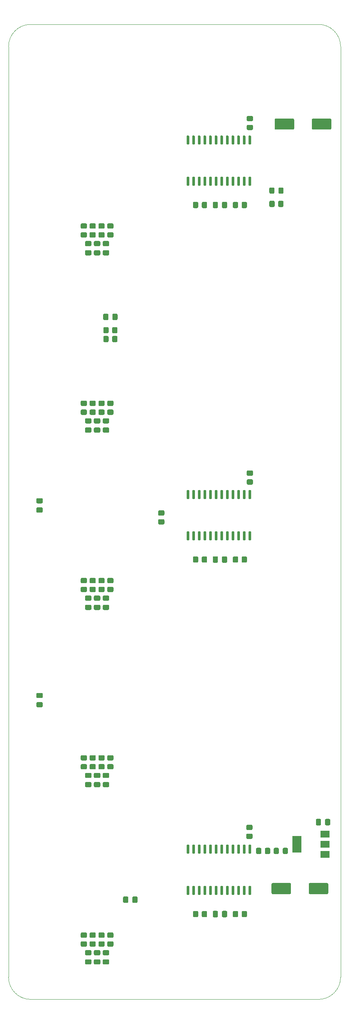
<source format=gbr>
G04 #@! TF.GenerationSoftware,KiCad,Pcbnew,6.0.10+dfsg-1~bpo11+1*
G04 #@! TF.ProjectId,ui,75692e6b-6963-4616-945f-706362585858,rev?*
G04 #@! TF.SameCoordinates,Original*
G04 #@! TF.FileFunction,Paste,Top*
G04 #@! TF.FilePolarity,Positive*
%FSLAX46Y46*%
G04 Gerber Fmt 4.6, Leading zero omitted, Abs format (unit mm)*
%MOMM*%
%LPD*%
G01*
G04 APERTURE LIST*
G04 #@! TA.AperFunction,Profile*
%ADD10C,0.100000*%
G04 #@! TD*
%ADD11R,2.000000X1.500000*%
%ADD12R,2.000000X3.800000*%
G04 APERTURE END LIST*
D10*
X220000000Y-30000000D02*
X155000000Y-30000000D01*
X220000000Y-250000000D02*
G75*
G03*
X225000000Y-245000000I0J5000000D01*
G01*
X150000000Y-35000000D02*
X150000000Y-245000000D01*
X155000000Y-30000000D02*
G75*
G03*
X150000000Y-35000000I0J-5000000D01*
G01*
X225000000Y-35000000D02*
G75*
G03*
X220000000Y-30000000I-5000000J0D01*
G01*
X225000000Y-245000000D02*
X225000000Y-35000000D01*
X155000000Y-250000000D02*
X220000000Y-250000000D01*
X150000000Y-245000000D02*
G75*
G03*
X155000000Y-250000000I5000000J0D01*
G01*
G36*
G01*
X205900000Y-216950000D02*
X205900000Y-216050000D01*
G75*
G02*
X206150000Y-215800000I250000J0D01*
G01*
X206850000Y-215800000D01*
G75*
G02*
X207100000Y-216050000I0J-250000D01*
G01*
X207100000Y-216950000D01*
G75*
G02*
X206850000Y-217200000I-250000J0D01*
G01*
X206150000Y-217200000D01*
G75*
G02*
X205900000Y-216950000I0J250000D01*
G01*
G37*
G36*
G01*
X207900000Y-216950000D02*
X207900000Y-216050000D01*
G75*
G02*
X208150000Y-215800000I250000J0D01*
G01*
X208850000Y-215800000D01*
G75*
G02*
X209100000Y-216050000I0J-250000D01*
G01*
X209100000Y-216950000D01*
G75*
G02*
X208850000Y-217200000I-250000J0D01*
G01*
X208150000Y-217200000D01*
G75*
G02*
X207900000Y-216950000I0J250000D01*
G01*
G37*
G36*
G01*
X170550000Y-74900000D02*
X171450000Y-74900000D01*
G75*
G02*
X171700000Y-75150000I0J-250000D01*
G01*
X171700000Y-75850000D01*
G75*
G02*
X171450000Y-76100000I-250000J0D01*
G01*
X170550000Y-76100000D01*
G75*
G02*
X170300000Y-75850000I0J250000D01*
G01*
X170300000Y-75150000D01*
G75*
G02*
X170550000Y-74900000I250000J0D01*
G01*
G37*
G36*
G01*
X170550000Y-76900000D02*
X171450000Y-76900000D01*
G75*
G02*
X171700000Y-77150000I0J-250000D01*
G01*
X171700000Y-77850000D01*
G75*
G02*
X171450000Y-78100000I-250000J0D01*
G01*
X170550000Y-78100000D01*
G75*
G02*
X170300000Y-77850000I0J250000D01*
G01*
X170300000Y-77150000D01*
G75*
G02*
X170550000Y-76900000I250000J0D01*
G01*
G37*
G36*
G01*
X172550000Y-114900000D02*
X173450000Y-114900000D01*
G75*
G02*
X173700000Y-115150000I0J-250000D01*
G01*
X173700000Y-115850000D01*
G75*
G02*
X173450000Y-116100000I-250000J0D01*
G01*
X172550000Y-116100000D01*
G75*
G02*
X172300000Y-115850000I0J250000D01*
G01*
X172300000Y-115150000D01*
G75*
G02*
X172550000Y-114900000I250000J0D01*
G01*
G37*
G36*
G01*
X172550000Y-116900000D02*
X173450000Y-116900000D01*
G75*
G02*
X173700000Y-117150000I0J-250000D01*
G01*
X173700000Y-117850000D01*
G75*
G02*
X173450000Y-118100000I-250000J0D01*
G01*
X172550000Y-118100000D01*
G75*
G02*
X172300000Y-117850000I0J250000D01*
G01*
X172300000Y-117150000D01*
G75*
G02*
X172550000Y-116900000I250000J0D01*
G01*
G37*
G36*
G01*
X168550000Y-234900000D02*
X169450000Y-234900000D01*
G75*
G02*
X169700000Y-235150000I0J-250000D01*
G01*
X169700000Y-235850000D01*
G75*
G02*
X169450000Y-236100000I-250000J0D01*
G01*
X168550000Y-236100000D01*
G75*
G02*
X168300000Y-235850000I0J250000D01*
G01*
X168300000Y-235150000D01*
G75*
G02*
X168550000Y-234900000I250000J0D01*
G01*
G37*
G36*
G01*
X168550000Y-236900000D02*
X169450000Y-236900000D01*
G75*
G02*
X169700000Y-237150000I0J-250000D01*
G01*
X169700000Y-237850000D01*
G75*
G02*
X169450000Y-238100000I-250000J0D01*
G01*
X168550000Y-238100000D01*
G75*
G02*
X168300000Y-237850000I0J250000D01*
G01*
X168300000Y-237150000D01*
G75*
G02*
X168550000Y-236900000I250000J0D01*
G01*
G37*
G36*
G01*
X172475000Y-82125000D02*
X171525000Y-82125000D01*
G75*
G02*
X171275000Y-81875000I0J250000D01*
G01*
X171275000Y-81200000D01*
G75*
G02*
X171525000Y-80950000I250000J0D01*
G01*
X172475000Y-80950000D01*
G75*
G02*
X172725000Y-81200000I0J-250000D01*
G01*
X172725000Y-81875000D01*
G75*
G02*
X172475000Y-82125000I-250000J0D01*
G01*
G37*
G36*
G01*
X172475000Y-80050000D02*
X171525000Y-80050000D01*
G75*
G02*
X171275000Y-79800000I0J250000D01*
G01*
X171275000Y-79125000D01*
G75*
G02*
X171525000Y-78875000I250000J0D01*
G01*
X172475000Y-78875000D01*
G75*
G02*
X172725000Y-79125000I0J-250000D01*
G01*
X172725000Y-79800000D01*
G75*
G02*
X172475000Y-80050000I-250000J0D01*
G01*
G37*
G36*
G01*
X170550000Y-114900000D02*
X171450000Y-114900000D01*
G75*
G02*
X171700000Y-115150000I0J-250000D01*
G01*
X171700000Y-115850000D01*
G75*
G02*
X171450000Y-116100000I-250000J0D01*
G01*
X170550000Y-116100000D01*
G75*
G02*
X170300000Y-115850000I0J250000D01*
G01*
X170300000Y-115150000D01*
G75*
G02*
X170550000Y-114900000I250000J0D01*
G01*
G37*
G36*
G01*
X170550000Y-116900000D02*
X171450000Y-116900000D01*
G75*
G02*
X171700000Y-117150000I0J-250000D01*
G01*
X171700000Y-117850000D01*
G75*
G02*
X171450000Y-118100000I-250000J0D01*
G01*
X170550000Y-118100000D01*
G75*
G02*
X170300000Y-117850000I0J250000D01*
G01*
X170300000Y-117150000D01*
G75*
G02*
X170550000Y-116900000I250000J0D01*
G01*
G37*
G36*
G01*
X208900000Y-70950000D02*
X208900000Y-70050000D01*
G75*
G02*
X209150000Y-69800000I250000J0D01*
G01*
X209850000Y-69800000D01*
G75*
G02*
X210100000Y-70050000I0J-250000D01*
G01*
X210100000Y-70950000D01*
G75*
G02*
X209850000Y-71200000I-250000J0D01*
G01*
X209150000Y-71200000D01*
G75*
G02*
X208900000Y-70950000I0J250000D01*
G01*
G37*
G36*
G01*
X210900000Y-70950000D02*
X210900000Y-70050000D01*
G75*
G02*
X211150000Y-69800000I250000J0D01*
G01*
X211850000Y-69800000D01*
G75*
G02*
X212100000Y-70050000I0J-250000D01*
G01*
X212100000Y-70950000D01*
G75*
G02*
X211850000Y-71200000I-250000J0D01*
G01*
X211150000Y-71200000D01*
G75*
G02*
X210900000Y-70950000I0J250000D01*
G01*
G37*
G36*
G01*
X169525000Y-238875000D02*
X170475000Y-238875000D01*
G75*
G02*
X170725000Y-239125000I0J-250000D01*
G01*
X170725000Y-239800000D01*
G75*
G02*
X170475000Y-240050000I-250000J0D01*
G01*
X169525000Y-240050000D01*
G75*
G02*
X169275000Y-239800000I0J250000D01*
G01*
X169275000Y-239125000D01*
G75*
G02*
X169525000Y-238875000I250000J0D01*
G01*
G37*
G36*
G01*
X169525000Y-240950000D02*
X170475000Y-240950000D01*
G75*
G02*
X170725000Y-241200000I0J-250000D01*
G01*
X170725000Y-241875000D01*
G75*
G02*
X170475000Y-242125000I-250000J0D01*
G01*
X169525000Y-242125000D01*
G75*
G02*
X169275000Y-241875000I0J250000D01*
G01*
X169275000Y-241200000D01*
G75*
G02*
X169525000Y-240950000I250000J0D01*
G01*
G37*
G36*
G01*
X171375000Y-96475000D02*
X171375000Y-95525000D01*
G75*
G02*
X171625000Y-95275000I250000J0D01*
G01*
X172300000Y-95275000D01*
G75*
G02*
X172550000Y-95525000I0J-250000D01*
G01*
X172550000Y-96475000D01*
G75*
G02*
X172300000Y-96725000I-250000J0D01*
G01*
X171625000Y-96725000D01*
G75*
G02*
X171375000Y-96475000I0J250000D01*
G01*
G37*
G36*
G01*
X173450000Y-96475000D02*
X173450000Y-95525000D01*
G75*
G02*
X173700000Y-95275000I250000J0D01*
G01*
X174375000Y-95275000D01*
G75*
G02*
X174625000Y-95525000I0J-250000D01*
G01*
X174625000Y-96475000D01*
G75*
G02*
X174375000Y-96725000I-250000J0D01*
G01*
X173700000Y-96725000D01*
G75*
G02*
X173450000Y-96475000I0J250000D01*
G01*
G37*
G36*
G01*
X169525000Y-78875000D02*
X170475000Y-78875000D01*
G75*
G02*
X170725000Y-79125000I0J-250000D01*
G01*
X170725000Y-79800000D01*
G75*
G02*
X170475000Y-80050000I-250000J0D01*
G01*
X169525000Y-80050000D01*
G75*
G02*
X169275000Y-79800000I0J250000D01*
G01*
X169275000Y-79125000D01*
G75*
G02*
X169525000Y-78875000I250000J0D01*
G01*
G37*
G36*
G01*
X169525000Y-80950000D02*
X170475000Y-80950000D01*
G75*
G02*
X170725000Y-81200000I0J-250000D01*
G01*
X170725000Y-81875000D01*
G75*
G02*
X170475000Y-82125000I-250000J0D01*
G01*
X169525000Y-82125000D01*
G75*
G02*
X169275000Y-81875000I0J250000D01*
G01*
X169275000Y-81200000D01*
G75*
G02*
X169525000Y-80950000I250000J0D01*
G01*
G37*
G36*
G01*
X166550000Y-234900000D02*
X167450000Y-234900000D01*
G75*
G02*
X167700000Y-235150000I0J-250000D01*
G01*
X167700000Y-235850000D01*
G75*
G02*
X167450000Y-236100000I-250000J0D01*
G01*
X166550000Y-236100000D01*
G75*
G02*
X166300000Y-235850000I0J250000D01*
G01*
X166300000Y-235150000D01*
G75*
G02*
X166550000Y-234900000I250000J0D01*
G01*
G37*
G36*
G01*
X166550000Y-236900000D02*
X167450000Y-236900000D01*
G75*
G02*
X167700000Y-237150000I0J-250000D01*
G01*
X167700000Y-237850000D01*
G75*
G02*
X167450000Y-238100000I-250000J0D01*
G01*
X166550000Y-238100000D01*
G75*
G02*
X166300000Y-237850000I0J250000D01*
G01*
X166300000Y-237150000D01*
G75*
G02*
X166550000Y-236900000I250000J0D01*
G01*
G37*
G36*
G01*
X168550000Y-194900000D02*
X169450000Y-194900000D01*
G75*
G02*
X169700000Y-195150000I0J-250000D01*
G01*
X169700000Y-195850000D01*
G75*
G02*
X169450000Y-196100000I-250000J0D01*
G01*
X168550000Y-196100000D01*
G75*
G02*
X168300000Y-195850000I0J250000D01*
G01*
X168300000Y-195150000D01*
G75*
G02*
X168550000Y-194900000I250000J0D01*
G01*
G37*
G36*
G01*
X168550000Y-196900000D02*
X169450000Y-196900000D01*
G75*
G02*
X169700000Y-197150000I0J-250000D01*
G01*
X169700000Y-197850000D01*
G75*
G02*
X169450000Y-198100000I-250000J0D01*
G01*
X168550000Y-198100000D01*
G75*
G02*
X168300000Y-197850000I0J250000D01*
G01*
X168300000Y-197150000D01*
G75*
G02*
X168550000Y-196900000I250000J0D01*
G01*
G37*
G36*
G01*
X204050000Y-50650000D02*
X204950000Y-50650000D01*
G75*
G02*
X205200000Y-50900000I0J-250000D01*
G01*
X205200000Y-51600000D01*
G75*
G02*
X204950000Y-51850000I-250000J0D01*
G01*
X204050000Y-51850000D01*
G75*
G02*
X203800000Y-51600000I0J250000D01*
G01*
X203800000Y-50900000D01*
G75*
G02*
X204050000Y-50650000I250000J0D01*
G01*
G37*
G36*
G01*
X204050000Y-52650000D02*
X204950000Y-52650000D01*
G75*
G02*
X205200000Y-52900000I0J-250000D01*
G01*
X205200000Y-53600000D01*
G75*
G02*
X204950000Y-53850000I-250000J0D01*
G01*
X204050000Y-53850000D01*
G75*
G02*
X203800000Y-53600000I0J250000D01*
G01*
X203800000Y-52900000D01*
G75*
G02*
X204050000Y-52650000I250000J0D01*
G01*
G37*
G36*
G01*
X208900000Y-67950000D02*
X208900000Y-67050000D01*
G75*
G02*
X209150000Y-66800000I250000J0D01*
G01*
X209800000Y-66800000D01*
G75*
G02*
X210050000Y-67050000I0J-250000D01*
G01*
X210050000Y-67950000D01*
G75*
G02*
X209800000Y-68200000I-250000J0D01*
G01*
X209150000Y-68200000D01*
G75*
G02*
X208900000Y-67950000I0J250000D01*
G01*
G37*
G36*
G01*
X210950000Y-67950000D02*
X210950000Y-67050000D01*
G75*
G02*
X211200000Y-66800000I250000J0D01*
G01*
X211850000Y-66800000D01*
G75*
G02*
X212100000Y-67050000I0J-250000D01*
G01*
X212100000Y-67950000D01*
G75*
G02*
X211850000Y-68200000I-250000J0D01*
G01*
X211200000Y-68200000D01*
G75*
G02*
X210950000Y-67950000I0J250000D01*
G01*
G37*
G36*
G01*
X204335000Y-215075000D02*
X204635000Y-215075000D01*
G75*
G02*
X204785000Y-215225000I0J-150000D01*
G01*
X204785000Y-216975000D01*
G75*
G02*
X204635000Y-217125000I-150000J0D01*
G01*
X204335000Y-217125000D01*
G75*
G02*
X204185000Y-216975000I0J150000D01*
G01*
X204185000Y-215225000D01*
G75*
G02*
X204335000Y-215075000I150000J0D01*
G01*
G37*
G36*
G01*
X203065000Y-215075000D02*
X203365000Y-215075000D01*
G75*
G02*
X203515000Y-215225000I0J-150000D01*
G01*
X203515000Y-216975000D01*
G75*
G02*
X203365000Y-217125000I-150000J0D01*
G01*
X203065000Y-217125000D01*
G75*
G02*
X202915000Y-216975000I0J150000D01*
G01*
X202915000Y-215225000D01*
G75*
G02*
X203065000Y-215075000I150000J0D01*
G01*
G37*
G36*
G01*
X201795000Y-215075000D02*
X202095000Y-215075000D01*
G75*
G02*
X202245000Y-215225000I0J-150000D01*
G01*
X202245000Y-216975000D01*
G75*
G02*
X202095000Y-217125000I-150000J0D01*
G01*
X201795000Y-217125000D01*
G75*
G02*
X201645000Y-216975000I0J150000D01*
G01*
X201645000Y-215225000D01*
G75*
G02*
X201795000Y-215075000I150000J0D01*
G01*
G37*
G36*
G01*
X200525000Y-215075000D02*
X200825000Y-215075000D01*
G75*
G02*
X200975000Y-215225000I0J-150000D01*
G01*
X200975000Y-216975000D01*
G75*
G02*
X200825000Y-217125000I-150000J0D01*
G01*
X200525000Y-217125000D01*
G75*
G02*
X200375000Y-216975000I0J150000D01*
G01*
X200375000Y-215225000D01*
G75*
G02*
X200525000Y-215075000I150000J0D01*
G01*
G37*
G36*
G01*
X199255000Y-215075000D02*
X199555000Y-215075000D01*
G75*
G02*
X199705000Y-215225000I0J-150000D01*
G01*
X199705000Y-216975000D01*
G75*
G02*
X199555000Y-217125000I-150000J0D01*
G01*
X199255000Y-217125000D01*
G75*
G02*
X199105000Y-216975000I0J150000D01*
G01*
X199105000Y-215225000D01*
G75*
G02*
X199255000Y-215075000I150000J0D01*
G01*
G37*
G36*
G01*
X197985000Y-215075000D02*
X198285000Y-215075000D01*
G75*
G02*
X198435000Y-215225000I0J-150000D01*
G01*
X198435000Y-216975000D01*
G75*
G02*
X198285000Y-217125000I-150000J0D01*
G01*
X197985000Y-217125000D01*
G75*
G02*
X197835000Y-216975000I0J150000D01*
G01*
X197835000Y-215225000D01*
G75*
G02*
X197985000Y-215075000I150000J0D01*
G01*
G37*
G36*
G01*
X196715000Y-215075000D02*
X197015000Y-215075000D01*
G75*
G02*
X197165000Y-215225000I0J-150000D01*
G01*
X197165000Y-216975000D01*
G75*
G02*
X197015000Y-217125000I-150000J0D01*
G01*
X196715000Y-217125000D01*
G75*
G02*
X196565000Y-216975000I0J150000D01*
G01*
X196565000Y-215225000D01*
G75*
G02*
X196715000Y-215075000I150000J0D01*
G01*
G37*
G36*
G01*
X195445000Y-215075000D02*
X195745000Y-215075000D01*
G75*
G02*
X195895000Y-215225000I0J-150000D01*
G01*
X195895000Y-216975000D01*
G75*
G02*
X195745000Y-217125000I-150000J0D01*
G01*
X195445000Y-217125000D01*
G75*
G02*
X195295000Y-216975000I0J150000D01*
G01*
X195295000Y-215225000D01*
G75*
G02*
X195445000Y-215075000I150000J0D01*
G01*
G37*
G36*
G01*
X194175000Y-215075000D02*
X194475000Y-215075000D01*
G75*
G02*
X194625000Y-215225000I0J-150000D01*
G01*
X194625000Y-216975000D01*
G75*
G02*
X194475000Y-217125000I-150000J0D01*
G01*
X194175000Y-217125000D01*
G75*
G02*
X194025000Y-216975000I0J150000D01*
G01*
X194025000Y-215225000D01*
G75*
G02*
X194175000Y-215075000I150000J0D01*
G01*
G37*
G36*
G01*
X192905000Y-215075000D02*
X193205000Y-215075000D01*
G75*
G02*
X193355000Y-215225000I0J-150000D01*
G01*
X193355000Y-216975000D01*
G75*
G02*
X193205000Y-217125000I-150000J0D01*
G01*
X192905000Y-217125000D01*
G75*
G02*
X192755000Y-216975000I0J150000D01*
G01*
X192755000Y-215225000D01*
G75*
G02*
X192905000Y-215075000I150000J0D01*
G01*
G37*
G36*
G01*
X191635000Y-215075000D02*
X191935000Y-215075000D01*
G75*
G02*
X192085000Y-215225000I0J-150000D01*
G01*
X192085000Y-216975000D01*
G75*
G02*
X191935000Y-217125000I-150000J0D01*
G01*
X191635000Y-217125000D01*
G75*
G02*
X191485000Y-216975000I0J150000D01*
G01*
X191485000Y-215225000D01*
G75*
G02*
X191635000Y-215075000I150000J0D01*
G01*
G37*
G36*
G01*
X190365000Y-215075000D02*
X190665000Y-215075000D01*
G75*
G02*
X190815000Y-215225000I0J-150000D01*
G01*
X190815000Y-216975000D01*
G75*
G02*
X190665000Y-217125000I-150000J0D01*
G01*
X190365000Y-217125000D01*
G75*
G02*
X190215000Y-216975000I0J150000D01*
G01*
X190215000Y-215225000D01*
G75*
G02*
X190365000Y-215075000I150000J0D01*
G01*
G37*
G36*
G01*
X190365000Y-224375000D02*
X190665000Y-224375000D01*
G75*
G02*
X190815000Y-224525000I0J-150000D01*
G01*
X190815000Y-226275000D01*
G75*
G02*
X190665000Y-226425000I-150000J0D01*
G01*
X190365000Y-226425000D01*
G75*
G02*
X190215000Y-226275000I0J150000D01*
G01*
X190215000Y-224525000D01*
G75*
G02*
X190365000Y-224375000I150000J0D01*
G01*
G37*
G36*
G01*
X191635000Y-224375000D02*
X191935000Y-224375000D01*
G75*
G02*
X192085000Y-224525000I0J-150000D01*
G01*
X192085000Y-226275000D01*
G75*
G02*
X191935000Y-226425000I-150000J0D01*
G01*
X191635000Y-226425000D01*
G75*
G02*
X191485000Y-226275000I0J150000D01*
G01*
X191485000Y-224525000D01*
G75*
G02*
X191635000Y-224375000I150000J0D01*
G01*
G37*
G36*
G01*
X192905000Y-224375000D02*
X193205000Y-224375000D01*
G75*
G02*
X193355000Y-224525000I0J-150000D01*
G01*
X193355000Y-226275000D01*
G75*
G02*
X193205000Y-226425000I-150000J0D01*
G01*
X192905000Y-226425000D01*
G75*
G02*
X192755000Y-226275000I0J150000D01*
G01*
X192755000Y-224525000D01*
G75*
G02*
X192905000Y-224375000I150000J0D01*
G01*
G37*
G36*
G01*
X194175000Y-224375000D02*
X194475000Y-224375000D01*
G75*
G02*
X194625000Y-224525000I0J-150000D01*
G01*
X194625000Y-226275000D01*
G75*
G02*
X194475000Y-226425000I-150000J0D01*
G01*
X194175000Y-226425000D01*
G75*
G02*
X194025000Y-226275000I0J150000D01*
G01*
X194025000Y-224525000D01*
G75*
G02*
X194175000Y-224375000I150000J0D01*
G01*
G37*
G36*
G01*
X195445000Y-224375000D02*
X195745000Y-224375000D01*
G75*
G02*
X195895000Y-224525000I0J-150000D01*
G01*
X195895000Y-226275000D01*
G75*
G02*
X195745000Y-226425000I-150000J0D01*
G01*
X195445000Y-226425000D01*
G75*
G02*
X195295000Y-226275000I0J150000D01*
G01*
X195295000Y-224525000D01*
G75*
G02*
X195445000Y-224375000I150000J0D01*
G01*
G37*
G36*
G01*
X196715000Y-224375000D02*
X197015000Y-224375000D01*
G75*
G02*
X197165000Y-224525000I0J-150000D01*
G01*
X197165000Y-226275000D01*
G75*
G02*
X197015000Y-226425000I-150000J0D01*
G01*
X196715000Y-226425000D01*
G75*
G02*
X196565000Y-226275000I0J150000D01*
G01*
X196565000Y-224525000D01*
G75*
G02*
X196715000Y-224375000I150000J0D01*
G01*
G37*
G36*
G01*
X197985000Y-224375000D02*
X198285000Y-224375000D01*
G75*
G02*
X198435000Y-224525000I0J-150000D01*
G01*
X198435000Y-226275000D01*
G75*
G02*
X198285000Y-226425000I-150000J0D01*
G01*
X197985000Y-226425000D01*
G75*
G02*
X197835000Y-226275000I0J150000D01*
G01*
X197835000Y-224525000D01*
G75*
G02*
X197985000Y-224375000I150000J0D01*
G01*
G37*
G36*
G01*
X199255000Y-224375000D02*
X199555000Y-224375000D01*
G75*
G02*
X199705000Y-224525000I0J-150000D01*
G01*
X199705000Y-226275000D01*
G75*
G02*
X199555000Y-226425000I-150000J0D01*
G01*
X199255000Y-226425000D01*
G75*
G02*
X199105000Y-226275000I0J150000D01*
G01*
X199105000Y-224525000D01*
G75*
G02*
X199255000Y-224375000I150000J0D01*
G01*
G37*
G36*
G01*
X200525000Y-224375000D02*
X200825000Y-224375000D01*
G75*
G02*
X200975000Y-224525000I0J-150000D01*
G01*
X200975000Y-226275000D01*
G75*
G02*
X200825000Y-226425000I-150000J0D01*
G01*
X200525000Y-226425000D01*
G75*
G02*
X200375000Y-226275000I0J150000D01*
G01*
X200375000Y-224525000D01*
G75*
G02*
X200525000Y-224375000I150000J0D01*
G01*
G37*
G36*
G01*
X201795000Y-224375000D02*
X202095000Y-224375000D01*
G75*
G02*
X202245000Y-224525000I0J-150000D01*
G01*
X202245000Y-226275000D01*
G75*
G02*
X202095000Y-226425000I-150000J0D01*
G01*
X201795000Y-226425000D01*
G75*
G02*
X201645000Y-226275000I0J150000D01*
G01*
X201645000Y-224525000D01*
G75*
G02*
X201795000Y-224375000I150000J0D01*
G01*
G37*
G36*
G01*
X203065000Y-224375000D02*
X203365000Y-224375000D01*
G75*
G02*
X203515000Y-224525000I0J-150000D01*
G01*
X203515000Y-226275000D01*
G75*
G02*
X203365000Y-226425000I-150000J0D01*
G01*
X203065000Y-226425000D01*
G75*
G02*
X202915000Y-226275000I0J150000D01*
G01*
X202915000Y-224525000D01*
G75*
G02*
X203065000Y-224375000I150000J0D01*
G01*
G37*
G36*
G01*
X204335000Y-224375000D02*
X204635000Y-224375000D01*
G75*
G02*
X204785000Y-224525000I0J-150000D01*
G01*
X204785000Y-226275000D01*
G75*
G02*
X204635000Y-226425000I-150000J0D01*
G01*
X204335000Y-226425000D01*
G75*
G02*
X204185000Y-226275000I0J150000D01*
G01*
X204185000Y-224525000D01*
G75*
G02*
X204335000Y-224375000I150000J0D01*
G01*
G37*
G36*
G01*
X170550000Y-154900000D02*
X171450000Y-154900000D01*
G75*
G02*
X171700000Y-155150000I0J-250000D01*
G01*
X171700000Y-155850000D01*
G75*
G02*
X171450000Y-156100000I-250000J0D01*
G01*
X170550000Y-156100000D01*
G75*
G02*
X170300000Y-155850000I0J250000D01*
G01*
X170300000Y-155150000D01*
G75*
G02*
X170550000Y-154900000I250000J0D01*
G01*
G37*
G36*
G01*
X170550000Y-156900000D02*
X171450000Y-156900000D01*
G75*
G02*
X171700000Y-157150000I0J-250000D01*
G01*
X171700000Y-157850000D01*
G75*
G02*
X171450000Y-158100000I-250000J0D01*
G01*
X170550000Y-158100000D01*
G75*
G02*
X170300000Y-157850000I0J250000D01*
G01*
X170300000Y-157150000D01*
G75*
G02*
X170550000Y-156900000I250000J0D01*
G01*
G37*
G36*
G01*
X209900000Y-216950000D02*
X209900000Y-216050000D01*
G75*
G02*
X210150000Y-215800000I250000J0D01*
G01*
X210800000Y-215800000D01*
G75*
G02*
X211050000Y-216050000I0J-250000D01*
G01*
X211050000Y-216950000D01*
G75*
G02*
X210800000Y-217200000I-250000J0D01*
G01*
X210150000Y-217200000D01*
G75*
G02*
X209900000Y-216950000I0J250000D01*
G01*
G37*
G36*
G01*
X211950000Y-216950000D02*
X211950000Y-216050000D01*
G75*
G02*
X212200000Y-215800000I250000J0D01*
G01*
X212850000Y-215800000D01*
G75*
G02*
X213100000Y-216050000I0J-250000D01*
G01*
X213100000Y-216950000D01*
G75*
G02*
X212850000Y-217200000I-250000J0D01*
G01*
X212200000Y-217200000D01*
G75*
G02*
X211950000Y-216950000I0J250000D01*
G01*
G37*
G36*
G01*
X172475000Y-122125000D02*
X171525000Y-122125000D01*
G75*
G02*
X171275000Y-121875000I0J250000D01*
G01*
X171275000Y-121200000D01*
G75*
G02*
X171525000Y-120950000I250000J0D01*
G01*
X172475000Y-120950000D01*
G75*
G02*
X172725000Y-121200000I0J-250000D01*
G01*
X172725000Y-121875000D01*
G75*
G02*
X172475000Y-122125000I-250000J0D01*
G01*
G37*
G36*
G01*
X172475000Y-120050000D02*
X171525000Y-120050000D01*
G75*
G02*
X171275000Y-119800000I0J250000D01*
G01*
X171275000Y-119125000D01*
G75*
G02*
X171525000Y-118875000I250000J0D01*
G01*
X172475000Y-118875000D01*
G75*
G02*
X172725000Y-119125000I0J-250000D01*
G01*
X172725000Y-119800000D01*
G75*
G02*
X172475000Y-120050000I-250000J0D01*
G01*
G37*
G36*
G01*
X168550000Y-114900000D02*
X169450000Y-114900000D01*
G75*
G02*
X169700000Y-115150000I0J-250000D01*
G01*
X169700000Y-115850000D01*
G75*
G02*
X169450000Y-116100000I-250000J0D01*
G01*
X168550000Y-116100000D01*
G75*
G02*
X168300000Y-115850000I0J250000D01*
G01*
X168300000Y-115150000D01*
G75*
G02*
X168550000Y-114900000I250000J0D01*
G01*
G37*
G36*
G01*
X168550000Y-116900000D02*
X169450000Y-116900000D01*
G75*
G02*
X169700000Y-117150000I0J-250000D01*
G01*
X169700000Y-117850000D01*
G75*
G02*
X169450000Y-118100000I-250000J0D01*
G01*
X168550000Y-118100000D01*
G75*
G02*
X168300000Y-117850000I0J250000D01*
G01*
X168300000Y-117150000D01*
G75*
G02*
X168550000Y-116900000I250000J0D01*
G01*
G37*
G36*
G01*
X172550000Y-74900000D02*
X173450000Y-74900000D01*
G75*
G02*
X173700000Y-75150000I0J-250000D01*
G01*
X173700000Y-75850000D01*
G75*
G02*
X173450000Y-76100000I-250000J0D01*
G01*
X172550000Y-76100000D01*
G75*
G02*
X172300000Y-75850000I0J250000D01*
G01*
X172300000Y-75150000D01*
G75*
G02*
X172550000Y-74900000I250000J0D01*
G01*
G37*
G36*
G01*
X172550000Y-76900000D02*
X173450000Y-76900000D01*
G75*
G02*
X173700000Y-77150000I0J-250000D01*
G01*
X173700000Y-77850000D01*
G75*
G02*
X173450000Y-78100000I-250000J0D01*
G01*
X172550000Y-78100000D01*
G75*
G02*
X172300000Y-77850000I0J250000D01*
G01*
X172300000Y-77150000D01*
G75*
G02*
X172550000Y-76900000I250000J0D01*
G01*
G37*
G36*
G01*
X191650000Y-231200000D02*
X191650000Y-230300000D01*
G75*
G02*
X191900000Y-230050000I250000J0D01*
G01*
X192600000Y-230050000D01*
G75*
G02*
X192850000Y-230300000I0J-250000D01*
G01*
X192850000Y-231200000D01*
G75*
G02*
X192600000Y-231450000I-250000J0D01*
G01*
X191900000Y-231450000D01*
G75*
G02*
X191650000Y-231200000I0J250000D01*
G01*
G37*
G36*
G01*
X193650000Y-231200000D02*
X193650000Y-230300000D01*
G75*
G02*
X193900000Y-230050000I250000J0D01*
G01*
X194600000Y-230050000D01*
G75*
G02*
X194850000Y-230300000I0J-250000D01*
G01*
X194850000Y-231200000D01*
G75*
G02*
X194600000Y-231450000I-250000J0D01*
G01*
X193900000Y-231450000D01*
G75*
G02*
X193650000Y-231200000I0J250000D01*
G01*
G37*
G36*
G01*
X172475000Y-242125000D02*
X171525000Y-242125000D01*
G75*
G02*
X171275000Y-241875000I0J250000D01*
G01*
X171275000Y-241200000D01*
G75*
G02*
X171525000Y-240950000I250000J0D01*
G01*
X172475000Y-240950000D01*
G75*
G02*
X172725000Y-241200000I0J-250000D01*
G01*
X172725000Y-241875000D01*
G75*
G02*
X172475000Y-242125000I-250000J0D01*
G01*
G37*
G36*
G01*
X172475000Y-240050000D02*
X171525000Y-240050000D01*
G75*
G02*
X171275000Y-239800000I0J250000D01*
G01*
X171275000Y-239125000D01*
G75*
G02*
X171525000Y-238875000I250000J0D01*
G01*
X172475000Y-238875000D01*
G75*
G02*
X172725000Y-239125000I0J-250000D01*
G01*
X172725000Y-239800000D01*
G75*
G02*
X172475000Y-240050000I-250000J0D01*
G01*
G37*
G36*
G01*
X174600000Y-100550000D02*
X174600000Y-101450000D01*
G75*
G02*
X174350000Y-101700000I-250000J0D01*
G01*
X173650000Y-101700000D01*
G75*
G02*
X173400000Y-101450000I0J250000D01*
G01*
X173400000Y-100550000D01*
G75*
G02*
X173650000Y-100300000I250000J0D01*
G01*
X174350000Y-100300000D01*
G75*
G02*
X174600000Y-100550000I0J-250000D01*
G01*
G37*
G36*
G01*
X172600000Y-100550000D02*
X172600000Y-101450000D01*
G75*
G02*
X172350000Y-101700000I-250000J0D01*
G01*
X171650000Y-101700000D01*
G75*
G02*
X171400000Y-101450000I0J250000D01*
G01*
X171400000Y-100550000D01*
G75*
G02*
X171650000Y-100300000I250000J0D01*
G01*
X172350000Y-100300000D01*
G75*
G02*
X172600000Y-100550000I0J-250000D01*
G01*
G37*
G36*
G01*
X209400000Y-226000000D02*
X209400000Y-224000000D01*
G75*
G02*
X209650000Y-223750000I250000J0D01*
G01*
X213550000Y-223750000D01*
G75*
G02*
X213800000Y-224000000I0J-250000D01*
G01*
X213800000Y-226000000D01*
G75*
G02*
X213550000Y-226250000I-250000J0D01*
G01*
X209650000Y-226250000D01*
G75*
G02*
X209400000Y-226000000I0J250000D01*
G01*
G37*
G36*
G01*
X217800000Y-226000000D02*
X217800000Y-224000000D01*
G75*
G02*
X218050000Y-223750000I250000J0D01*
G01*
X221950000Y-223750000D01*
G75*
G02*
X222200000Y-224000000I0J-250000D01*
G01*
X222200000Y-226000000D01*
G75*
G02*
X221950000Y-226250000I-250000J0D01*
G01*
X218050000Y-226250000D01*
G75*
G02*
X217800000Y-226000000I0J250000D01*
G01*
G37*
G36*
G01*
X196125000Y-151225000D02*
X196125000Y-150275000D01*
G75*
G02*
X196375000Y-150025000I250000J0D01*
G01*
X197050000Y-150025000D01*
G75*
G02*
X197300000Y-150275000I0J-250000D01*
G01*
X197300000Y-151225000D01*
G75*
G02*
X197050000Y-151475000I-250000J0D01*
G01*
X196375000Y-151475000D01*
G75*
G02*
X196125000Y-151225000I0J250000D01*
G01*
G37*
G36*
G01*
X198200000Y-151225000D02*
X198200000Y-150275000D01*
G75*
G02*
X198450000Y-150025000I250000J0D01*
G01*
X199125000Y-150025000D01*
G75*
G02*
X199375000Y-150275000I0J-250000D01*
G01*
X199375000Y-151225000D01*
G75*
G02*
X199125000Y-151475000I-250000J0D01*
G01*
X198450000Y-151475000D01*
G75*
G02*
X198200000Y-151225000I0J250000D01*
G01*
G37*
G36*
G01*
X191650000Y-151200000D02*
X191650000Y-150300000D01*
G75*
G02*
X191900000Y-150050000I250000J0D01*
G01*
X192600000Y-150050000D01*
G75*
G02*
X192850000Y-150300000I0J-250000D01*
G01*
X192850000Y-151200000D01*
G75*
G02*
X192600000Y-151450000I-250000J0D01*
G01*
X191900000Y-151450000D01*
G75*
G02*
X191650000Y-151200000I0J250000D01*
G01*
G37*
G36*
G01*
X193650000Y-151200000D02*
X193650000Y-150300000D01*
G75*
G02*
X193900000Y-150050000I250000J0D01*
G01*
X194600000Y-150050000D01*
G75*
G02*
X194850000Y-150300000I0J-250000D01*
G01*
X194850000Y-151200000D01*
G75*
G02*
X194600000Y-151450000I-250000J0D01*
G01*
X193900000Y-151450000D01*
G75*
G02*
X193650000Y-151200000I0J250000D01*
G01*
G37*
G36*
G01*
X167525000Y-78875000D02*
X168475000Y-78875000D01*
G75*
G02*
X168725000Y-79125000I0J-250000D01*
G01*
X168725000Y-79800000D01*
G75*
G02*
X168475000Y-80050000I-250000J0D01*
G01*
X167525000Y-80050000D01*
G75*
G02*
X167275000Y-79800000I0J250000D01*
G01*
X167275000Y-79125000D01*
G75*
G02*
X167525000Y-78875000I250000J0D01*
G01*
G37*
G36*
G01*
X167525000Y-80950000D02*
X168475000Y-80950000D01*
G75*
G02*
X168725000Y-81200000I0J-250000D01*
G01*
X168725000Y-81875000D01*
G75*
G02*
X168475000Y-82125000I-250000J0D01*
G01*
X167525000Y-82125000D01*
G75*
G02*
X167275000Y-81875000I0J250000D01*
G01*
X167275000Y-81200000D01*
G75*
G02*
X167525000Y-80950000I250000J0D01*
G01*
G37*
G36*
G01*
X169525000Y-198875000D02*
X170475000Y-198875000D01*
G75*
G02*
X170725000Y-199125000I0J-250000D01*
G01*
X170725000Y-199800000D01*
G75*
G02*
X170475000Y-200050000I-250000J0D01*
G01*
X169525000Y-200050000D01*
G75*
G02*
X169275000Y-199800000I0J250000D01*
G01*
X169275000Y-199125000D01*
G75*
G02*
X169525000Y-198875000I250000J0D01*
G01*
G37*
G36*
G01*
X169525000Y-200950000D02*
X170475000Y-200950000D01*
G75*
G02*
X170725000Y-201200000I0J-250000D01*
G01*
X170725000Y-201875000D01*
G75*
G02*
X170475000Y-202125000I-250000J0D01*
G01*
X169525000Y-202125000D01*
G75*
G02*
X169275000Y-201875000I0J250000D01*
G01*
X169275000Y-201200000D01*
G75*
G02*
X169525000Y-200950000I250000J0D01*
G01*
G37*
G36*
G01*
X172550000Y-234900000D02*
X173450000Y-234900000D01*
G75*
G02*
X173700000Y-235150000I0J-250000D01*
G01*
X173700000Y-235850000D01*
G75*
G02*
X173450000Y-236100000I-250000J0D01*
G01*
X172550000Y-236100000D01*
G75*
G02*
X172300000Y-235850000I0J250000D01*
G01*
X172300000Y-235150000D01*
G75*
G02*
X172550000Y-234900000I250000J0D01*
G01*
G37*
G36*
G01*
X172550000Y-236900000D02*
X173450000Y-236900000D01*
G75*
G02*
X173700000Y-237150000I0J-250000D01*
G01*
X173700000Y-237850000D01*
G75*
G02*
X173450000Y-238100000I-250000J0D01*
G01*
X172550000Y-238100000D01*
G75*
G02*
X172300000Y-237850000I0J250000D01*
G01*
X172300000Y-237150000D01*
G75*
G02*
X172550000Y-236900000I250000J0D01*
G01*
G37*
G36*
G01*
X172475000Y-162125000D02*
X171525000Y-162125000D01*
G75*
G02*
X171275000Y-161875000I0J250000D01*
G01*
X171275000Y-161200000D01*
G75*
G02*
X171525000Y-160950000I250000J0D01*
G01*
X172475000Y-160950000D01*
G75*
G02*
X172725000Y-161200000I0J-250000D01*
G01*
X172725000Y-161875000D01*
G75*
G02*
X172475000Y-162125000I-250000J0D01*
G01*
G37*
G36*
G01*
X172475000Y-160050000D02*
X171525000Y-160050000D01*
G75*
G02*
X171275000Y-159800000I0J250000D01*
G01*
X171275000Y-159125000D01*
G75*
G02*
X171525000Y-158875000I250000J0D01*
G01*
X172475000Y-158875000D01*
G75*
G02*
X172725000Y-159125000I0J-250000D01*
G01*
X172725000Y-159800000D01*
G75*
G02*
X172475000Y-160050000I-250000J0D01*
G01*
G37*
G36*
G01*
X204050000Y-130650000D02*
X204950000Y-130650000D01*
G75*
G02*
X205200000Y-130900000I0J-250000D01*
G01*
X205200000Y-131600000D01*
G75*
G02*
X204950000Y-131850000I-250000J0D01*
G01*
X204050000Y-131850000D01*
G75*
G02*
X203800000Y-131600000I0J250000D01*
G01*
X203800000Y-130900000D01*
G75*
G02*
X204050000Y-130650000I250000J0D01*
G01*
G37*
G36*
G01*
X204050000Y-132650000D02*
X204950000Y-132650000D01*
G75*
G02*
X205200000Y-132900000I0J-250000D01*
G01*
X205200000Y-133600000D01*
G75*
G02*
X204950000Y-133850000I-250000J0D01*
G01*
X204050000Y-133850000D01*
G75*
G02*
X203800000Y-133600000I0J250000D01*
G01*
X203800000Y-132900000D01*
G75*
G02*
X204050000Y-132650000I250000J0D01*
G01*
G37*
G36*
G01*
X169525000Y-158875000D02*
X170475000Y-158875000D01*
G75*
G02*
X170725000Y-159125000I0J-250000D01*
G01*
X170725000Y-159800000D01*
G75*
G02*
X170475000Y-160050000I-250000J0D01*
G01*
X169525000Y-160050000D01*
G75*
G02*
X169275000Y-159800000I0J250000D01*
G01*
X169275000Y-159125000D01*
G75*
G02*
X169525000Y-158875000I250000J0D01*
G01*
G37*
G36*
G01*
X169525000Y-160950000D02*
X170475000Y-160950000D01*
G75*
G02*
X170725000Y-161200000I0J-250000D01*
G01*
X170725000Y-161875000D01*
G75*
G02*
X170475000Y-162125000I-250000J0D01*
G01*
X169525000Y-162125000D01*
G75*
G02*
X169275000Y-161875000I0J250000D01*
G01*
X169275000Y-161200000D01*
G75*
G02*
X169525000Y-160950000I250000J0D01*
G01*
G37*
G36*
G01*
X203850000Y-150300000D02*
X203850000Y-151200000D01*
G75*
G02*
X203600000Y-151450000I-250000J0D01*
G01*
X202900000Y-151450000D01*
G75*
G02*
X202650000Y-151200000I0J250000D01*
G01*
X202650000Y-150300000D01*
G75*
G02*
X202900000Y-150050000I250000J0D01*
G01*
X203600000Y-150050000D01*
G75*
G02*
X203850000Y-150300000I0J-250000D01*
G01*
G37*
G36*
G01*
X201850000Y-150300000D02*
X201850000Y-151200000D01*
G75*
G02*
X201600000Y-151450000I-250000J0D01*
G01*
X200900000Y-151450000D01*
G75*
G02*
X200650000Y-151200000I0J250000D01*
G01*
X200650000Y-150300000D01*
G75*
G02*
X200900000Y-150050000I250000J0D01*
G01*
X201600000Y-150050000D01*
G75*
G02*
X201850000Y-150300000I0J-250000D01*
G01*
G37*
G36*
G01*
X184950000Y-142850000D02*
X184050000Y-142850000D01*
G75*
G02*
X183800000Y-142600000I0J250000D01*
G01*
X183800000Y-141900000D01*
G75*
G02*
X184050000Y-141650000I250000J0D01*
G01*
X184950000Y-141650000D01*
G75*
G02*
X185200000Y-141900000I0J-250000D01*
G01*
X185200000Y-142600000D01*
G75*
G02*
X184950000Y-142850000I-250000J0D01*
G01*
G37*
G36*
G01*
X184950000Y-140850000D02*
X184050000Y-140850000D01*
G75*
G02*
X183800000Y-140600000I0J250000D01*
G01*
X183800000Y-139900000D01*
G75*
G02*
X184050000Y-139650000I250000J0D01*
G01*
X184950000Y-139650000D01*
G75*
G02*
X185200000Y-139900000I0J-250000D01*
G01*
X185200000Y-140600000D01*
G75*
G02*
X184950000Y-140850000I-250000J0D01*
G01*
G37*
G36*
G01*
X168550000Y-154900000D02*
X169450000Y-154900000D01*
G75*
G02*
X169700000Y-155150000I0J-250000D01*
G01*
X169700000Y-155850000D01*
G75*
G02*
X169450000Y-156100000I-250000J0D01*
G01*
X168550000Y-156100000D01*
G75*
G02*
X168300000Y-155850000I0J250000D01*
G01*
X168300000Y-155150000D01*
G75*
G02*
X168550000Y-154900000I250000J0D01*
G01*
G37*
G36*
G01*
X168550000Y-156900000D02*
X169450000Y-156900000D01*
G75*
G02*
X169700000Y-157150000I0J-250000D01*
G01*
X169700000Y-157850000D01*
G75*
G02*
X169450000Y-158100000I-250000J0D01*
G01*
X168550000Y-158100000D01*
G75*
G02*
X168300000Y-157850000I0J250000D01*
G01*
X168300000Y-157150000D01*
G75*
G02*
X168550000Y-156900000I250000J0D01*
G01*
G37*
G36*
G01*
X166550000Y-74900000D02*
X167450000Y-74900000D01*
G75*
G02*
X167700000Y-75150000I0J-250000D01*
G01*
X167700000Y-75850000D01*
G75*
G02*
X167450000Y-76100000I-250000J0D01*
G01*
X166550000Y-76100000D01*
G75*
G02*
X166300000Y-75850000I0J250000D01*
G01*
X166300000Y-75150000D01*
G75*
G02*
X166550000Y-74900000I250000J0D01*
G01*
G37*
G36*
G01*
X166550000Y-76900000D02*
X167450000Y-76900000D01*
G75*
G02*
X167700000Y-77150000I0J-250000D01*
G01*
X167700000Y-77850000D01*
G75*
G02*
X167450000Y-78100000I-250000J0D01*
G01*
X166550000Y-78100000D01*
G75*
G02*
X166300000Y-77850000I0J250000D01*
G01*
X166300000Y-77150000D01*
G75*
G02*
X166550000Y-76900000I250000J0D01*
G01*
G37*
G36*
G01*
X168550000Y-74900000D02*
X169450000Y-74900000D01*
G75*
G02*
X169700000Y-75150000I0J-250000D01*
G01*
X169700000Y-75850000D01*
G75*
G02*
X169450000Y-76100000I-250000J0D01*
G01*
X168550000Y-76100000D01*
G75*
G02*
X168300000Y-75850000I0J250000D01*
G01*
X168300000Y-75150000D01*
G75*
G02*
X168550000Y-74900000I250000J0D01*
G01*
G37*
G36*
G01*
X168550000Y-76900000D02*
X169450000Y-76900000D01*
G75*
G02*
X169700000Y-77150000I0J-250000D01*
G01*
X169700000Y-77850000D01*
G75*
G02*
X169450000Y-78100000I-250000J0D01*
G01*
X168550000Y-78100000D01*
G75*
G02*
X168300000Y-77850000I0J250000D01*
G01*
X168300000Y-77150000D01*
G75*
G02*
X168550000Y-76900000I250000J0D01*
G01*
G37*
G36*
G01*
X171400000Y-99450000D02*
X171400000Y-98550000D01*
G75*
G02*
X171650000Y-98300000I250000J0D01*
G01*
X172350000Y-98300000D01*
G75*
G02*
X172600000Y-98550000I0J-250000D01*
G01*
X172600000Y-99450000D01*
G75*
G02*
X172350000Y-99700000I-250000J0D01*
G01*
X171650000Y-99700000D01*
G75*
G02*
X171400000Y-99450000I0J250000D01*
G01*
G37*
G36*
G01*
X173400000Y-99450000D02*
X173400000Y-98550000D01*
G75*
G02*
X173650000Y-98300000I250000J0D01*
G01*
X174350000Y-98300000D01*
G75*
G02*
X174600000Y-98550000I0J-250000D01*
G01*
X174600000Y-99450000D01*
G75*
G02*
X174350000Y-99700000I-250000J0D01*
G01*
X173650000Y-99700000D01*
G75*
G02*
X173400000Y-99450000I0J250000D01*
G01*
G37*
G36*
G01*
X203850000Y-70300000D02*
X203850000Y-71200000D01*
G75*
G02*
X203600000Y-71450000I-250000J0D01*
G01*
X202900000Y-71450000D01*
G75*
G02*
X202650000Y-71200000I0J250000D01*
G01*
X202650000Y-70300000D01*
G75*
G02*
X202900000Y-70050000I250000J0D01*
G01*
X203600000Y-70050000D01*
G75*
G02*
X203850000Y-70300000I0J-250000D01*
G01*
G37*
G36*
G01*
X201850000Y-70300000D02*
X201850000Y-71200000D01*
G75*
G02*
X201600000Y-71450000I-250000J0D01*
G01*
X200900000Y-71450000D01*
G75*
G02*
X200650000Y-71200000I0J250000D01*
G01*
X200650000Y-70300000D01*
G75*
G02*
X200900000Y-70050000I250000J0D01*
G01*
X201600000Y-70050000D01*
G75*
G02*
X201850000Y-70300000I0J-250000D01*
G01*
G37*
G36*
G01*
X204335000Y-55075000D02*
X204635000Y-55075000D01*
G75*
G02*
X204785000Y-55225000I0J-150000D01*
G01*
X204785000Y-56975000D01*
G75*
G02*
X204635000Y-57125000I-150000J0D01*
G01*
X204335000Y-57125000D01*
G75*
G02*
X204185000Y-56975000I0J150000D01*
G01*
X204185000Y-55225000D01*
G75*
G02*
X204335000Y-55075000I150000J0D01*
G01*
G37*
G36*
G01*
X203065000Y-55075000D02*
X203365000Y-55075000D01*
G75*
G02*
X203515000Y-55225000I0J-150000D01*
G01*
X203515000Y-56975000D01*
G75*
G02*
X203365000Y-57125000I-150000J0D01*
G01*
X203065000Y-57125000D01*
G75*
G02*
X202915000Y-56975000I0J150000D01*
G01*
X202915000Y-55225000D01*
G75*
G02*
X203065000Y-55075000I150000J0D01*
G01*
G37*
G36*
G01*
X201795000Y-55075000D02*
X202095000Y-55075000D01*
G75*
G02*
X202245000Y-55225000I0J-150000D01*
G01*
X202245000Y-56975000D01*
G75*
G02*
X202095000Y-57125000I-150000J0D01*
G01*
X201795000Y-57125000D01*
G75*
G02*
X201645000Y-56975000I0J150000D01*
G01*
X201645000Y-55225000D01*
G75*
G02*
X201795000Y-55075000I150000J0D01*
G01*
G37*
G36*
G01*
X200525000Y-55075000D02*
X200825000Y-55075000D01*
G75*
G02*
X200975000Y-55225000I0J-150000D01*
G01*
X200975000Y-56975000D01*
G75*
G02*
X200825000Y-57125000I-150000J0D01*
G01*
X200525000Y-57125000D01*
G75*
G02*
X200375000Y-56975000I0J150000D01*
G01*
X200375000Y-55225000D01*
G75*
G02*
X200525000Y-55075000I150000J0D01*
G01*
G37*
G36*
G01*
X199255000Y-55075000D02*
X199555000Y-55075000D01*
G75*
G02*
X199705000Y-55225000I0J-150000D01*
G01*
X199705000Y-56975000D01*
G75*
G02*
X199555000Y-57125000I-150000J0D01*
G01*
X199255000Y-57125000D01*
G75*
G02*
X199105000Y-56975000I0J150000D01*
G01*
X199105000Y-55225000D01*
G75*
G02*
X199255000Y-55075000I150000J0D01*
G01*
G37*
G36*
G01*
X197985000Y-55075000D02*
X198285000Y-55075000D01*
G75*
G02*
X198435000Y-55225000I0J-150000D01*
G01*
X198435000Y-56975000D01*
G75*
G02*
X198285000Y-57125000I-150000J0D01*
G01*
X197985000Y-57125000D01*
G75*
G02*
X197835000Y-56975000I0J150000D01*
G01*
X197835000Y-55225000D01*
G75*
G02*
X197985000Y-55075000I150000J0D01*
G01*
G37*
G36*
G01*
X196715000Y-55075000D02*
X197015000Y-55075000D01*
G75*
G02*
X197165000Y-55225000I0J-150000D01*
G01*
X197165000Y-56975000D01*
G75*
G02*
X197015000Y-57125000I-150000J0D01*
G01*
X196715000Y-57125000D01*
G75*
G02*
X196565000Y-56975000I0J150000D01*
G01*
X196565000Y-55225000D01*
G75*
G02*
X196715000Y-55075000I150000J0D01*
G01*
G37*
G36*
G01*
X195445000Y-55075000D02*
X195745000Y-55075000D01*
G75*
G02*
X195895000Y-55225000I0J-150000D01*
G01*
X195895000Y-56975000D01*
G75*
G02*
X195745000Y-57125000I-150000J0D01*
G01*
X195445000Y-57125000D01*
G75*
G02*
X195295000Y-56975000I0J150000D01*
G01*
X195295000Y-55225000D01*
G75*
G02*
X195445000Y-55075000I150000J0D01*
G01*
G37*
G36*
G01*
X194175000Y-55075000D02*
X194475000Y-55075000D01*
G75*
G02*
X194625000Y-55225000I0J-150000D01*
G01*
X194625000Y-56975000D01*
G75*
G02*
X194475000Y-57125000I-150000J0D01*
G01*
X194175000Y-57125000D01*
G75*
G02*
X194025000Y-56975000I0J150000D01*
G01*
X194025000Y-55225000D01*
G75*
G02*
X194175000Y-55075000I150000J0D01*
G01*
G37*
G36*
G01*
X192905000Y-55075000D02*
X193205000Y-55075000D01*
G75*
G02*
X193355000Y-55225000I0J-150000D01*
G01*
X193355000Y-56975000D01*
G75*
G02*
X193205000Y-57125000I-150000J0D01*
G01*
X192905000Y-57125000D01*
G75*
G02*
X192755000Y-56975000I0J150000D01*
G01*
X192755000Y-55225000D01*
G75*
G02*
X192905000Y-55075000I150000J0D01*
G01*
G37*
G36*
G01*
X191635000Y-55075000D02*
X191935000Y-55075000D01*
G75*
G02*
X192085000Y-55225000I0J-150000D01*
G01*
X192085000Y-56975000D01*
G75*
G02*
X191935000Y-57125000I-150000J0D01*
G01*
X191635000Y-57125000D01*
G75*
G02*
X191485000Y-56975000I0J150000D01*
G01*
X191485000Y-55225000D01*
G75*
G02*
X191635000Y-55075000I150000J0D01*
G01*
G37*
G36*
G01*
X190365000Y-55075000D02*
X190665000Y-55075000D01*
G75*
G02*
X190815000Y-55225000I0J-150000D01*
G01*
X190815000Y-56975000D01*
G75*
G02*
X190665000Y-57125000I-150000J0D01*
G01*
X190365000Y-57125000D01*
G75*
G02*
X190215000Y-56975000I0J150000D01*
G01*
X190215000Y-55225000D01*
G75*
G02*
X190365000Y-55075000I150000J0D01*
G01*
G37*
G36*
G01*
X190365000Y-64375000D02*
X190665000Y-64375000D01*
G75*
G02*
X190815000Y-64525000I0J-150000D01*
G01*
X190815000Y-66275000D01*
G75*
G02*
X190665000Y-66425000I-150000J0D01*
G01*
X190365000Y-66425000D01*
G75*
G02*
X190215000Y-66275000I0J150000D01*
G01*
X190215000Y-64525000D01*
G75*
G02*
X190365000Y-64375000I150000J0D01*
G01*
G37*
G36*
G01*
X191635000Y-64375000D02*
X191935000Y-64375000D01*
G75*
G02*
X192085000Y-64525000I0J-150000D01*
G01*
X192085000Y-66275000D01*
G75*
G02*
X191935000Y-66425000I-150000J0D01*
G01*
X191635000Y-66425000D01*
G75*
G02*
X191485000Y-66275000I0J150000D01*
G01*
X191485000Y-64525000D01*
G75*
G02*
X191635000Y-64375000I150000J0D01*
G01*
G37*
G36*
G01*
X192905000Y-64375000D02*
X193205000Y-64375000D01*
G75*
G02*
X193355000Y-64525000I0J-150000D01*
G01*
X193355000Y-66275000D01*
G75*
G02*
X193205000Y-66425000I-150000J0D01*
G01*
X192905000Y-66425000D01*
G75*
G02*
X192755000Y-66275000I0J150000D01*
G01*
X192755000Y-64525000D01*
G75*
G02*
X192905000Y-64375000I150000J0D01*
G01*
G37*
G36*
G01*
X194175000Y-64375000D02*
X194475000Y-64375000D01*
G75*
G02*
X194625000Y-64525000I0J-150000D01*
G01*
X194625000Y-66275000D01*
G75*
G02*
X194475000Y-66425000I-150000J0D01*
G01*
X194175000Y-66425000D01*
G75*
G02*
X194025000Y-66275000I0J150000D01*
G01*
X194025000Y-64525000D01*
G75*
G02*
X194175000Y-64375000I150000J0D01*
G01*
G37*
G36*
G01*
X195445000Y-64375000D02*
X195745000Y-64375000D01*
G75*
G02*
X195895000Y-64525000I0J-150000D01*
G01*
X195895000Y-66275000D01*
G75*
G02*
X195745000Y-66425000I-150000J0D01*
G01*
X195445000Y-66425000D01*
G75*
G02*
X195295000Y-66275000I0J150000D01*
G01*
X195295000Y-64525000D01*
G75*
G02*
X195445000Y-64375000I150000J0D01*
G01*
G37*
G36*
G01*
X196715000Y-64375000D02*
X197015000Y-64375000D01*
G75*
G02*
X197165000Y-64525000I0J-150000D01*
G01*
X197165000Y-66275000D01*
G75*
G02*
X197015000Y-66425000I-150000J0D01*
G01*
X196715000Y-66425000D01*
G75*
G02*
X196565000Y-66275000I0J150000D01*
G01*
X196565000Y-64525000D01*
G75*
G02*
X196715000Y-64375000I150000J0D01*
G01*
G37*
G36*
G01*
X197985000Y-64375000D02*
X198285000Y-64375000D01*
G75*
G02*
X198435000Y-64525000I0J-150000D01*
G01*
X198435000Y-66275000D01*
G75*
G02*
X198285000Y-66425000I-150000J0D01*
G01*
X197985000Y-66425000D01*
G75*
G02*
X197835000Y-66275000I0J150000D01*
G01*
X197835000Y-64525000D01*
G75*
G02*
X197985000Y-64375000I150000J0D01*
G01*
G37*
G36*
G01*
X199255000Y-64375000D02*
X199555000Y-64375000D01*
G75*
G02*
X199705000Y-64525000I0J-150000D01*
G01*
X199705000Y-66275000D01*
G75*
G02*
X199555000Y-66425000I-150000J0D01*
G01*
X199255000Y-66425000D01*
G75*
G02*
X199105000Y-66275000I0J150000D01*
G01*
X199105000Y-64525000D01*
G75*
G02*
X199255000Y-64375000I150000J0D01*
G01*
G37*
G36*
G01*
X200525000Y-64375000D02*
X200825000Y-64375000D01*
G75*
G02*
X200975000Y-64525000I0J-150000D01*
G01*
X200975000Y-66275000D01*
G75*
G02*
X200825000Y-66425000I-150000J0D01*
G01*
X200525000Y-66425000D01*
G75*
G02*
X200375000Y-66275000I0J150000D01*
G01*
X200375000Y-64525000D01*
G75*
G02*
X200525000Y-64375000I150000J0D01*
G01*
G37*
G36*
G01*
X201795000Y-64375000D02*
X202095000Y-64375000D01*
G75*
G02*
X202245000Y-64525000I0J-150000D01*
G01*
X202245000Y-66275000D01*
G75*
G02*
X202095000Y-66425000I-150000J0D01*
G01*
X201795000Y-66425000D01*
G75*
G02*
X201645000Y-66275000I0J150000D01*
G01*
X201645000Y-64525000D01*
G75*
G02*
X201795000Y-64375000I150000J0D01*
G01*
G37*
G36*
G01*
X203065000Y-64375000D02*
X203365000Y-64375000D01*
G75*
G02*
X203515000Y-64525000I0J-150000D01*
G01*
X203515000Y-66275000D01*
G75*
G02*
X203365000Y-66425000I-150000J0D01*
G01*
X203065000Y-66425000D01*
G75*
G02*
X202915000Y-66275000I0J150000D01*
G01*
X202915000Y-64525000D01*
G75*
G02*
X203065000Y-64375000I150000J0D01*
G01*
G37*
G36*
G01*
X204335000Y-64375000D02*
X204635000Y-64375000D01*
G75*
G02*
X204785000Y-64525000I0J-150000D01*
G01*
X204785000Y-66275000D01*
G75*
G02*
X204635000Y-66425000I-150000J0D01*
G01*
X204335000Y-66425000D01*
G75*
G02*
X204185000Y-66275000I0J150000D01*
G01*
X204185000Y-64525000D01*
G75*
G02*
X204335000Y-64375000I150000J0D01*
G01*
G37*
G36*
G01*
X172475000Y-202125000D02*
X171525000Y-202125000D01*
G75*
G02*
X171275000Y-201875000I0J250000D01*
G01*
X171275000Y-201200000D01*
G75*
G02*
X171525000Y-200950000I250000J0D01*
G01*
X172475000Y-200950000D01*
G75*
G02*
X172725000Y-201200000I0J-250000D01*
G01*
X172725000Y-201875000D01*
G75*
G02*
X172475000Y-202125000I-250000J0D01*
G01*
G37*
G36*
G01*
X172475000Y-200050000D02*
X171525000Y-200050000D01*
G75*
G02*
X171275000Y-199800000I0J250000D01*
G01*
X171275000Y-199125000D01*
G75*
G02*
X171525000Y-198875000I250000J0D01*
G01*
X172475000Y-198875000D01*
G75*
G02*
X172725000Y-199125000I0J-250000D01*
G01*
X172725000Y-199800000D01*
G75*
G02*
X172475000Y-200050000I-250000J0D01*
G01*
G37*
G36*
G01*
X170550000Y-194900000D02*
X171450000Y-194900000D01*
G75*
G02*
X171700000Y-195150000I0J-250000D01*
G01*
X171700000Y-195850000D01*
G75*
G02*
X171450000Y-196100000I-250000J0D01*
G01*
X170550000Y-196100000D01*
G75*
G02*
X170300000Y-195850000I0J250000D01*
G01*
X170300000Y-195150000D01*
G75*
G02*
X170550000Y-194900000I250000J0D01*
G01*
G37*
G36*
G01*
X170550000Y-196900000D02*
X171450000Y-196900000D01*
G75*
G02*
X171700000Y-197150000I0J-250000D01*
G01*
X171700000Y-197850000D01*
G75*
G02*
X171450000Y-198100000I-250000J0D01*
G01*
X170550000Y-198100000D01*
G75*
G02*
X170300000Y-197850000I0J250000D01*
G01*
X170300000Y-197150000D01*
G75*
G02*
X170550000Y-196900000I250000J0D01*
G01*
G37*
G36*
G01*
X170550000Y-234900000D02*
X171450000Y-234900000D01*
G75*
G02*
X171700000Y-235150000I0J-250000D01*
G01*
X171700000Y-235850000D01*
G75*
G02*
X171450000Y-236100000I-250000J0D01*
G01*
X170550000Y-236100000D01*
G75*
G02*
X170300000Y-235850000I0J250000D01*
G01*
X170300000Y-235150000D01*
G75*
G02*
X170550000Y-234900000I250000J0D01*
G01*
G37*
G36*
G01*
X170550000Y-236900000D02*
X171450000Y-236900000D01*
G75*
G02*
X171700000Y-237150000I0J-250000D01*
G01*
X171700000Y-237850000D01*
G75*
G02*
X171450000Y-238100000I-250000J0D01*
G01*
X170550000Y-238100000D01*
G75*
G02*
X170300000Y-237850000I0J250000D01*
G01*
X170300000Y-237150000D01*
G75*
G02*
X170550000Y-236900000I250000J0D01*
G01*
G37*
G36*
G01*
X222900000Y-51500000D02*
X222900000Y-53500000D01*
G75*
G02*
X222650000Y-53750000I-250000J0D01*
G01*
X218750000Y-53750000D01*
G75*
G02*
X218500000Y-53500000I0J250000D01*
G01*
X218500000Y-51500000D01*
G75*
G02*
X218750000Y-51250000I250000J0D01*
G01*
X222650000Y-51250000D01*
G75*
G02*
X222900000Y-51500000I0J-250000D01*
G01*
G37*
G36*
G01*
X214500000Y-51500000D02*
X214500000Y-53500000D01*
G75*
G02*
X214250000Y-53750000I-250000J0D01*
G01*
X210350000Y-53750000D01*
G75*
G02*
X210100000Y-53500000I0J250000D01*
G01*
X210100000Y-51500000D01*
G75*
G02*
X210350000Y-51250000I250000J0D01*
G01*
X214250000Y-51250000D01*
G75*
G02*
X214500000Y-51500000I0J-250000D01*
G01*
G37*
G36*
G01*
X166550000Y-194900000D02*
X167450000Y-194900000D01*
G75*
G02*
X167700000Y-195150000I0J-250000D01*
G01*
X167700000Y-195850000D01*
G75*
G02*
X167450000Y-196100000I-250000J0D01*
G01*
X166550000Y-196100000D01*
G75*
G02*
X166300000Y-195850000I0J250000D01*
G01*
X166300000Y-195150000D01*
G75*
G02*
X166550000Y-194900000I250000J0D01*
G01*
G37*
G36*
G01*
X166550000Y-196900000D02*
X167450000Y-196900000D01*
G75*
G02*
X167700000Y-197150000I0J-250000D01*
G01*
X167700000Y-197850000D01*
G75*
G02*
X167450000Y-198100000I-250000J0D01*
G01*
X166550000Y-198100000D01*
G75*
G02*
X166300000Y-197850000I0J250000D01*
G01*
X166300000Y-197150000D01*
G75*
G02*
X166550000Y-196900000I250000J0D01*
G01*
G37*
G36*
G01*
X203850000Y-230300000D02*
X203850000Y-231200000D01*
G75*
G02*
X203600000Y-231450000I-250000J0D01*
G01*
X202900000Y-231450000D01*
G75*
G02*
X202650000Y-231200000I0J250000D01*
G01*
X202650000Y-230300000D01*
G75*
G02*
X202900000Y-230050000I250000J0D01*
G01*
X203600000Y-230050000D01*
G75*
G02*
X203850000Y-230300000I0J-250000D01*
G01*
G37*
G36*
G01*
X201850000Y-230300000D02*
X201850000Y-231200000D01*
G75*
G02*
X201600000Y-231450000I-250000J0D01*
G01*
X200900000Y-231450000D01*
G75*
G02*
X200650000Y-231200000I0J250000D01*
G01*
X200650000Y-230300000D01*
G75*
G02*
X200900000Y-230050000I250000J0D01*
G01*
X201600000Y-230050000D01*
G75*
G02*
X201850000Y-230300000I0J-250000D01*
G01*
G37*
G36*
G01*
X196125000Y-231225000D02*
X196125000Y-230275000D01*
G75*
G02*
X196375000Y-230025000I250000J0D01*
G01*
X197050000Y-230025000D01*
G75*
G02*
X197300000Y-230275000I0J-250000D01*
G01*
X197300000Y-231225000D01*
G75*
G02*
X197050000Y-231475000I-250000J0D01*
G01*
X196375000Y-231475000D01*
G75*
G02*
X196125000Y-231225000I0J250000D01*
G01*
G37*
G36*
G01*
X198200000Y-231225000D02*
X198200000Y-230275000D01*
G75*
G02*
X198450000Y-230025000I250000J0D01*
G01*
X199125000Y-230025000D01*
G75*
G02*
X199375000Y-230275000I0J-250000D01*
G01*
X199375000Y-231225000D01*
G75*
G02*
X199125000Y-231475000I-250000J0D01*
G01*
X198450000Y-231475000D01*
G75*
G02*
X198200000Y-231225000I0J250000D01*
G01*
G37*
G36*
G01*
X203950000Y-210600000D02*
X204850000Y-210600000D01*
G75*
G02*
X205100000Y-210850000I0J-250000D01*
G01*
X205100000Y-211550000D01*
G75*
G02*
X204850000Y-211800000I-250000J0D01*
G01*
X203950000Y-211800000D01*
G75*
G02*
X203700000Y-211550000I0J250000D01*
G01*
X203700000Y-210850000D01*
G75*
G02*
X203950000Y-210600000I250000J0D01*
G01*
G37*
G36*
G01*
X203950000Y-212600000D02*
X204850000Y-212600000D01*
G75*
G02*
X205100000Y-212850000I0J-250000D01*
G01*
X205100000Y-213550000D01*
G75*
G02*
X204850000Y-213800000I-250000J0D01*
G01*
X203950000Y-213800000D01*
G75*
G02*
X203700000Y-213550000I0J250000D01*
G01*
X203700000Y-212850000D01*
G75*
G02*
X203950000Y-212600000I250000J0D01*
G01*
G37*
G36*
G01*
X204335000Y-135075000D02*
X204635000Y-135075000D01*
G75*
G02*
X204785000Y-135225000I0J-150000D01*
G01*
X204785000Y-136975000D01*
G75*
G02*
X204635000Y-137125000I-150000J0D01*
G01*
X204335000Y-137125000D01*
G75*
G02*
X204185000Y-136975000I0J150000D01*
G01*
X204185000Y-135225000D01*
G75*
G02*
X204335000Y-135075000I150000J0D01*
G01*
G37*
G36*
G01*
X203065000Y-135075000D02*
X203365000Y-135075000D01*
G75*
G02*
X203515000Y-135225000I0J-150000D01*
G01*
X203515000Y-136975000D01*
G75*
G02*
X203365000Y-137125000I-150000J0D01*
G01*
X203065000Y-137125000D01*
G75*
G02*
X202915000Y-136975000I0J150000D01*
G01*
X202915000Y-135225000D01*
G75*
G02*
X203065000Y-135075000I150000J0D01*
G01*
G37*
G36*
G01*
X201795000Y-135075000D02*
X202095000Y-135075000D01*
G75*
G02*
X202245000Y-135225000I0J-150000D01*
G01*
X202245000Y-136975000D01*
G75*
G02*
X202095000Y-137125000I-150000J0D01*
G01*
X201795000Y-137125000D01*
G75*
G02*
X201645000Y-136975000I0J150000D01*
G01*
X201645000Y-135225000D01*
G75*
G02*
X201795000Y-135075000I150000J0D01*
G01*
G37*
G36*
G01*
X200525000Y-135075000D02*
X200825000Y-135075000D01*
G75*
G02*
X200975000Y-135225000I0J-150000D01*
G01*
X200975000Y-136975000D01*
G75*
G02*
X200825000Y-137125000I-150000J0D01*
G01*
X200525000Y-137125000D01*
G75*
G02*
X200375000Y-136975000I0J150000D01*
G01*
X200375000Y-135225000D01*
G75*
G02*
X200525000Y-135075000I150000J0D01*
G01*
G37*
G36*
G01*
X199255000Y-135075000D02*
X199555000Y-135075000D01*
G75*
G02*
X199705000Y-135225000I0J-150000D01*
G01*
X199705000Y-136975000D01*
G75*
G02*
X199555000Y-137125000I-150000J0D01*
G01*
X199255000Y-137125000D01*
G75*
G02*
X199105000Y-136975000I0J150000D01*
G01*
X199105000Y-135225000D01*
G75*
G02*
X199255000Y-135075000I150000J0D01*
G01*
G37*
G36*
G01*
X197985000Y-135075000D02*
X198285000Y-135075000D01*
G75*
G02*
X198435000Y-135225000I0J-150000D01*
G01*
X198435000Y-136975000D01*
G75*
G02*
X198285000Y-137125000I-150000J0D01*
G01*
X197985000Y-137125000D01*
G75*
G02*
X197835000Y-136975000I0J150000D01*
G01*
X197835000Y-135225000D01*
G75*
G02*
X197985000Y-135075000I150000J0D01*
G01*
G37*
G36*
G01*
X196715000Y-135075000D02*
X197015000Y-135075000D01*
G75*
G02*
X197165000Y-135225000I0J-150000D01*
G01*
X197165000Y-136975000D01*
G75*
G02*
X197015000Y-137125000I-150000J0D01*
G01*
X196715000Y-137125000D01*
G75*
G02*
X196565000Y-136975000I0J150000D01*
G01*
X196565000Y-135225000D01*
G75*
G02*
X196715000Y-135075000I150000J0D01*
G01*
G37*
G36*
G01*
X195445000Y-135075000D02*
X195745000Y-135075000D01*
G75*
G02*
X195895000Y-135225000I0J-150000D01*
G01*
X195895000Y-136975000D01*
G75*
G02*
X195745000Y-137125000I-150000J0D01*
G01*
X195445000Y-137125000D01*
G75*
G02*
X195295000Y-136975000I0J150000D01*
G01*
X195295000Y-135225000D01*
G75*
G02*
X195445000Y-135075000I150000J0D01*
G01*
G37*
G36*
G01*
X194175000Y-135075000D02*
X194475000Y-135075000D01*
G75*
G02*
X194625000Y-135225000I0J-150000D01*
G01*
X194625000Y-136975000D01*
G75*
G02*
X194475000Y-137125000I-150000J0D01*
G01*
X194175000Y-137125000D01*
G75*
G02*
X194025000Y-136975000I0J150000D01*
G01*
X194025000Y-135225000D01*
G75*
G02*
X194175000Y-135075000I150000J0D01*
G01*
G37*
G36*
G01*
X192905000Y-135075000D02*
X193205000Y-135075000D01*
G75*
G02*
X193355000Y-135225000I0J-150000D01*
G01*
X193355000Y-136975000D01*
G75*
G02*
X193205000Y-137125000I-150000J0D01*
G01*
X192905000Y-137125000D01*
G75*
G02*
X192755000Y-136975000I0J150000D01*
G01*
X192755000Y-135225000D01*
G75*
G02*
X192905000Y-135075000I150000J0D01*
G01*
G37*
G36*
G01*
X191635000Y-135075000D02*
X191935000Y-135075000D01*
G75*
G02*
X192085000Y-135225000I0J-150000D01*
G01*
X192085000Y-136975000D01*
G75*
G02*
X191935000Y-137125000I-150000J0D01*
G01*
X191635000Y-137125000D01*
G75*
G02*
X191485000Y-136975000I0J150000D01*
G01*
X191485000Y-135225000D01*
G75*
G02*
X191635000Y-135075000I150000J0D01*
G01*
G37*
G36*
G01*
X190365000Y-135075000D02*
X190665000Y-135075000D01*
G75*
G02*
X190815000Y-135225000I0J-150000D01*
G01*
X190815000Y-136975000D01*
G75*
G02*
X190665000Y-137125000I-150000J0D01*
G01*
X190365000Y-137125000D01*
G75*
G02*
X190215000Y-136975000I0J150000D01*
G01*
X190215000Y-135225000D01*
G75*
G02*
X190365000Y-135075000I150000J0D01*
G01*
G37*
G36*
G01*
X190365000Y-144375000D02*
X190665000Y-144375000D01*
G75*
G02*
X190815000Y-144525000I0J-150000D01*
G01*
X190815000Y-146275000D01*
G75*
G02*
X190665000Y-146425000I-150000J0D01*
G01*
X190365000Y-146425000D01*
G75*
G02*
X190215000Y-146275000I0J150000D01*
G01*
X190215000Y-144525000D01*
G75*
G02*
X190365000Y-144375000I150000J0D01*
G01*
G37*
G36*
G01*
X191635000Y-144375000D02*
X191935000Y-144375000D01*
G75*
G02*
X192085000Y-144525000I0J-150000D01*
G01*
X192085000Y-146275000D01*
G75*
G02*
X191935000Y-146425000I-150000J0D01*
G01*
X191635000Y-146425000D01*
G75*
G02*
X191485000Y-146275000I0J150000D01*
G01*
X191485000Y-144525000D01*
G75*
G02*
X191635000Y-144375000I150000J0D01*
G01*
G37*
G36*
G01*
X192905000Y-144375000D02*
X193205000Y-144375000D01*
G75*
G02*
X193355000Y-144525000I0J-150000D01*
G01*
X193355000Y-146275000D01*
G75*
G02*
X193205000Y-146425000I-150000J0D01*
G01*
X192905000Y-146425000D01*
G75*
G02*
X192755000Y-146275000I0J150000D01*
G01*
X192755000Y-144525000D01*
G75*
G02*
X192905000Y-144375000I150000J0D01*
G01*
G37*
G36*
G01*
X194175000Y-144375000D02*
X194475000Y-144375000D01*
G75*
G02*
X194625000Y-144525000I0J-150000D01*
G01*
X194625000Y-146275000D01*
G75*
G02*
X194475000Y-146425000I-150000J0D01*
G01*
X194175000Y-146425000D01*
G75*
G02*
X194025000Y-146275000I0J150000D01*
G01*
X194025000Y-144525000D01*
G75*
G02*
X194175000Y-144375000I150000J0D01*
G01*
G37*
G36*
G01*
X195445000Y-144375000D02*
X195745000Y-144375000D01*
G75*
G02*
X195895000Y-144525000I0J-150000D01*
G01*
X195895000Y-146275000D01*
G75*
G02*
X195745000Y-146425000I-150000J0D01*
G01*
X195445000Y-146425000D01*
G75*
G02*
X195295000Y-146275000I0J150000D01*
G01*
X195295000Y-144525000D01*
G75*
G02*
X195445000Y-144375000I150000J0D01*
G01*
G37*
G36*
G01*
X196715000Y-144375000D02*
X197015000Y-144375000D01*
G75*
G02*
X197165000Y-144525000I0J-150000D01*
G01*
X197165000Y-146275000D01*
G75*
G02*
X197015000Y-146425000I-150000J0D01*
G01*
X196715000Y-146425000D01*
G75*
G02*
X196565000Y-146275000I0J150000D01*
G01*
X196565000Y-144525000D01*
G75*
G02*
X196715000Y-144375000I150000J0D01*
G01*
G37*
G36*
G01*
X197985000Y-144375000D02*
X198285000Y-144375000D01*
G75*
G02*
X198435000Y-144525000I0J-150000D01*
G01*
X198435000Y-146275000D01*
G75*
G02*
X198285000Y-146425000I-150000J0D01*
G01*
X197985000Y-146425000D01*
G75*
G02*
X197835000Y-146275000I0J150000D01*
G01*
X197835000Y-144525000D01*
G75*
G02*
X197985000Y-144375000I150000J0D01*
G01*
G37*
G36*
G01*
X199255000Y-144375000D02*
X199555000Y-144375000D01*
G75*
G02*
X199705000Y-144525000I0J-150000D01*
G01*
X199705000Y-146275000D01*
G75*
G02*
X199555000Y-146425000I-150000J0D01*
G01*
X199255000Y-146425000D01*
G75*
G02*
X199105000Y-146275000I0J150000D01*
G01*
X199105000Y-144525000D01*
G75*
G02*
X199255000Y-144375000I150000J0D01*
G01*
G37*
G36*
G01*
X200525000Y-144375000D02*
X200825000Y-144375000D01*
G75*
G02*
X200975000Y-144525000I0J-150000D01*
G01*
X200975000Y-146275000D01*
G75*
G02*
X200825000Y-146425000I-150000J0D01*
G01*
X200525000Y-146425000D01*
G75*
G02*
X200375000Y-146275000I0J150000D01*
G01*
X200375000Y-144525000D01*
G75*
G02*
X200525000Y-144375000I150000J0D01*
G01*
G37*
G36*
G01*
X201795000Y-144375000D02*
X202095000Y-144375000D01*
G75*
G02*
X202245000Y-144525000I0J-150000D01*
G01*
X202245000Y-146275000D01*
G75*
G02*
X202095000Y-146425000I-150000J0D01*
G01*
X201795000Y-146425000D01*
G75*
G02*
X201645000Y-146275000I0J150000D01*
G01*
X201645000Y-144525000D01*
G75*
G02*
X201795000Y-144375000I150000J0D01*
G01*
G37*
G36*
G01*
X203065000Y-144375000D02*
X203365000Y-144375000D01*
G75*
G02*
X203515000Y-144525000I0J-150000D01*
G01*
X203515000Y-146275000D01*
G75*
G02*
X203365000Y-146425000I-150000J0D01*
G01*
X203065000Y-146425000D01*
G75*
G02*
X202915000Y-146275000I0J150000D01*
G01*
X202915000Y-144525000D01*
G75*
G02*
X203065000Y-144375000I150000J0D01*
G01*
G37*
G36*
G01*
X204335000Y-144375000D02*
X204635000Y-144375000D01*
G75*
G02*
X204785000Y-144525000I0J-150000D01*
G01*
X204785000Y-146275000D01*
G75*
G02*
X204635000Y-146425000I-150000J0D01*
G01*
X204335000Y-146425000D01*
G75*
G02*
X204185000Y-146275000I0J150000D01*
G01*
X204185000Y-144525000D01*
G75*
G02*
X204335000Y-144375000I150000J0D01*
G01*
G37*
G36*
G01*
X166550000Y-114900000D02*
X167450000Y-114900000D01*
G75*
G02*
X167700000Y-115150000I0J-250000D01*
G01*
X167700000Y-115850000D01*
G75*
G02*
X167450000Y-116100000I-250000J0D01*
G01*
X166550000Y-116100000D01*
G75*
G02*
X166300000Y-115850000I0J250000D01*
G01*
X166300000Y-115150000D01*
G75*
G02*
X166550000Y-114900000I250000J0D01*
G01*
G37*
G36*
G01*
X166550000Y-116900000D02*
X167450000Y-116900000D01*
G75*
G02*
X167700000Y-117150000I0J-250000D01*
G01*
X167700000Y-117850000D01*
G75*
G02*
X167450000Y-118100000I-250000J0D01*
G01*
X166550000Y-118100000D01*
G75*
G02*
X166300000Y-117850000I0J250000D01*
G01*
X166300000Y-117150000D01*
G75*
G02*
X166550000Y-116900000I250000J0D01*
G01*
G37*
G36*
G01*
X222662500Y-209525000D02*
X222662500Y-210475000D01*
G75*
G02*
X222412500Y-210725000I-250000J0D01*
G01*
X221737500Y-210725000D01*
G75*
G02*
X221487500Y-210475000I0J250000D01*
G01*
X221487500Y-209525000D01*
G75*
G02*
X221737500Y-209275000I250000J0D01*
G01*
X222412500Y-209275000D01*
G75*
G02*
X222662500Y-209525000I0J-250000D01*
G01*
G37*
G36*
G01*
X220587500Y-209525000D02*
X220587500Y-210475000D01*
G75*
G02*
X220337500Y-210725000I-250000J0D01*
G01*
X219662500Y-210725000D01*
G75*
G02*
X219412500Y-210475000I0J250000D01*
G01*
X219412500Y-209525000D01*
G75*
G02*
X219662500Y-209275000I250000J0D01*
G01*
X220337500Y-209275000D01*
G75*
G02*
X220587500Y-209525000I0J-250000D01*
G01*
G37*
G36*
G01*
X166550000Y-154900000D02*
X167450000Y-154900000D01*
G75*
G02*
X167700000Y-155150000I0J-250000D01*
G01*
X167700000Y-155850000D01*
G75*
G02*
X167450000Y-156100000I-250000J0D01*
G01*
X166550000Y-156100000D01*
G75*
G02*
X166300000Y-155850000I0J250000D01*
G01*
X166300000Y-155150000D01*
G75*
G02*
X166550000Y-154900000I250000J0D01*
G01*
G37*
G36*
G01*
X166550000Y-156900000D02*
X167450000Y-156900000D01*
G75*
G02*
X167700000Y-157150000I0J-250000D01*
G01*
X167700000Y-157850000D01*
G75*
G02*
X167450000Y-158100000I-250000J0D01*
G01*
X166550000Y-158100000D01*
G75*
G02*
X166300000Y-157850000I0J250000D01*
G01*
X166300000Y-157150000D01*
G75*
G02*
X166550000Y-156900000I250000J0D01*
G01*
G37*
D11*
X221450000Y-217300000D03*
X221450000Y-215000000D03*
D12*
X215150000Y-215000000D03*
D11*
X221450000Y-212700000D03*
G36*
G01*
X167525000Y-118875000D02*
X168475000Y-118875000D01*
G75*
G02*
X168725000Y-119125000I0J-250000D01*
G01*
X168725000Y-119800000D01*
G75*
G02*
X168475000Y-120050000I-250000J0D01*
G01*
X167525000Y-120050000D01*
G75*
G02*
X167275000Y-119800000I0J250000D01*
G01*
X167275000Y-119125000D01*
G75*
G02*
X167525000Y-118875000I250000J0D01*
G01*
G37*
G36*
G01*
X167525000Y-120950000D02*
X168475000Y-120950000D01*
G75*
G02*
X168725000Y-121200000I0J-250000D01*
G01*
X168725000Y-121875000D01*
G75*
G02*
X168475000Y-122125000I-250000J0D01*
G01*
X167525000Y-122125000D01*
G75*
G02*
X167275000Y-121875000I0J250000D01*
G01*
X167275000Y-121200000D01*
G75*
G02*
X167525000Y-120950000I250000J0D01*
G01*
G37*
G36*
G01*
X191650000Y-71200000D02*
X191650000Y-70300000D01*
G75*
G02*
X191900000Y-70050000I250000J0D01*
G01*
X192600000Y-70050000D01*
G75*
G02*
X192850000Y-70300000I0J-250000D01*
G01*
X192850000Y-71200000D01*
G75*
G02*
X192600000Y-71450000I-250000J0D01*
G01*
X191900000Y-71450000D01*
G75*
G02*
X191650000Y-71200000I0J250000D01*
G01*
G37*
G36*
G01*
X193650000Y-71200000D02*
X193650000Y-70300000D01*
G75*
G02*
X193900000Y-70050000I250000J0D01*
G01*
X194600000Y-70050000D01*
G75*
G02*
X194850000Y-70300000I0J-250000D01*
G01*
X194850000Y-71200000D01*
G75*
G02*
X194600000Y-71450000I-250000J0D01*
G01*
X193900000Y-71450000D01*
G75*
G02*
X193650000Y-71200000I0J250000D01*
G01*
G37*
G36*
G01*
X157475000Y-140162500D02*
X156525000Y-140162500D01*
G75*
G02*
X156275000Y-139912500I0J250000D01*
G01*
X156275000Y-139237500D01*
G75*
G02*
X156525000Y-138987500I250000J0D01*
G01*
X157475000Y-138987500D01*
G75*
G02*
X157725000Y-139237500I0J-250000D01*
G01*
X157725000Y-139912500D01*
G75*
G02*
X157475000Y-140162500I-250000J0D01*
G01*
G37*
G36*
G01*
X157475000Y-138087500D02*
X156525000Y-138087500D01*
G75*
G02*
X156275000Y-137837500I0J250000D01*
G01*
X156275000Y-137162500D01*
G75*
G02*
X156525000Y-136912500I250000J0D01*
G01*
X157475000Y-136912500D01*
G75*
G02*
X157725000Y-137162500I0J-250000D01*
G01*
X157725000Y-137837500D01*
G75*
G02*
X157475000Y-138087500I-250000J0D01*
G01*
G37*
G36*
G01*
X172550000Y-154900000D02*
X173450000Y-154900000D01*
G75*
G02*
X173700000Y-155150000I0J-250000D01*
G01*
X173700000Y-155850000D01*
G75*
G02*
X173450000Y-156100000I-250000J0D01*
G01*
X172550000Y-156100000D01*
G75*
G02*
X172300000Y-155850000I0J250000D01*
G01*
X172300000Y-155150000D01*
G75*
G02*
X172550000Y-154900000I250000J0D01*
G01*
G37*
G36*
G01*
X172550000Y-156900000D02*
X173450000Y-156900000D01*
G75*
G02*
X173700000Y-157150000I0J-250000D01*
G01*
X173700000Y-157850000D01*
G75*
G02*
X173450000Y-158100000I-250000J0D01*
G01*
X172550000Y-158100000D01*
G75*
G02*
X172300000Y-157850000I0J250000D01*
G01*
X172300000Y-157150000D01*
G75*
G02*
X172550000Y-156900000I250000J0D01*
G01*
G37*
G36*
G01*
X196125000Y-71225000D02*
X196125000Y-70275000D01*
G75*
G02*
X196375000Y-70025000I250000J0D01*
G01*
X197050000Y-70025000D01*
G75*
G02*
X197300000Y-70275000I0J-250000D01*
G01*
X197300000Y-71225000D01*
G75*
G02*
X197050000Y-71475000I-250000J0D01*
G01*
X196375000Y-71475000D01*
G75*
G02*
X196125000Y-71225000I0J250000D01*
G01*
G37*
G36*
G01*
X198200000Y-71225000D02*
X198200000Y-70275000D01*
G75*
G02*
X198450000Y-70025000I250000J0D01*
G01*
X199125000Y-70025000D01*
G75*
G02*
X199375000Y-70275000I0J-250000D01*
G01*
X199375000Y-71225000D01*
G75*
G02*
X199125000Y-71475000I-250000J0D01*
G01*
X198450000Y-71475000D01*
G75*
G02*
X198200000Y-71225000I0J250000D01*
G01*
G37*
G36*
G01*
X157475000Y-184087500D02*
X156525000Y-184087500D01*
G75*
G02*
X156275000Y-183837500I0J250000D01*
G01*
X156275000Y-183162500D01*
G75*
G02*
X156525000Y-182912500I250000J0D01*
G01*
X157475000Y-182912500D01*
G75*
G02*
X157725000Y-183162500I0J-250000D01*
G01*
X157725000Y-183837500D01*
G75*
G02*
X157475000Y-184087500I-250000J0D01*
G01*
G37*
G36*
G01*
X157475000Y-182012500D02*
X156525000Y-182012500D01*
G75*
G02*
X156275000Y-181762500I0J250000D01*
G01*
X156275000Y-181087500D01*
G75*
G02*
X156525000Y-180837500I250000J0D01*
G01*
X157475000Y-180837500D01*
G75*
G02*
X157725000Y-181087500I0J-250000D01*
G01*
X157725000Y-181762500D01*
G75*
G02*
X157475000Y-182012500I-250000J0D01*
G01*
G37*
G36*
G01*
X167525000Y-158875000D02*
X168475000Y-158875000D01*
G75*
G02*
X168725000Y-159125000I0J-250000D01*
G01*
X168725000Y-159800000D01*
G75*
G02*
X168475000Y-160050000I-250000J0D01*
G01*
X167525000Y-160050000D01*
G75*
G02*
X167275000Y-159800000I0J250000D01*
G01*
X167275000Y-159125000D01*
G75*
G02*
X167525000Y-158875000I250000J0D01*
G01*
G37*
G36*
G01*
X167525000Y-160950000D02*
X168475000Y-160950000D01*
G75*
G02*
X168725000Y-161200000I0J-250000D01*
G01*
X168725000Y-161875000D01*
G75*
G02*
X168475000Y-162125000I-250000J0D01*
G01*
X167525000Y-162125000D01*
G75*
G02*
X167275000Y-161875000I0J250000D01*
G01*
X167275000Y-161200000D01*
G75*
G02*
X167525000Y-160950000I250000J0D01*
G01*
G37*
G36*
G01*
X169525000Y-118875000D02*
X170475000Y-118875000D01*
G75*
G02*
X170725000Y-119125000I0J-250000D01*
G01*
X170725000Y-119800000D01*
G75*
G02*
X170475000Y-120050000I-250000J0D01*
G01*
X169525000Y-120050000D01*
G75*
G02*
X169275000Y-119800000I0J250000D01*
G01*
X169275000Y-119125000D01*
G75*
G02*
X169525000Y-118875000I250000J0D01*
G01*
G37*
G36*
G01*
X169525000Y-120950000D02*
X170475000Y-120950000D01*
G75*
G02*
X170725000Y-121200000I0J-250000D01*
G01*
X170725000Y-121875000D01*
G75*
G02*
X170475000Y-122125000I-250000J0D01*
G01*
X169525000Y-122125000D01*
G75*
G02*
X169275000Y-121875000I0J250000D01*
G01*
X169275000Y-121200000D01*
G75*
G02*
X169525000Y-120950000I250000J0D01*
G01*
G37*
G36*
G01*
X172550000Y-194900000D02*
X173450000Y-194900000D01*
G75*
G02*
X173700000Y-195150000I0J-250000D01*
G01*
X173700000Y-195850000D01*
G75*
G02*
X173450000Y-196100000I-250000J0D01*
G01*
X172550000Y-196100000D01*
G75*
G02*
X172300000Y-195850000I0J250000D01*
G01*
X172300000Y-195150000D01*
G75*
G02*
X172550000Y-194900000I250000J0D01*
G01*
G37*
G36*
G01*
X172550000Y-196900000D02*
X173450000Y-196900000D01*
G75*
G02*
X173700000Y-197150000I0J-250000D01*
G01*
X173700000Y-197850000D01*
G75*
G02*
X173450000Y-198100000I-250000J0D01*
G01*
X172550000Y-198100000D01*
G75*
G02*
X172300000Y-197850000I0J250000D01*
G01*
X172300000Y-197150000D01*
G75*
G02*
X172550000Y-196900000I250000J0D01*
G01*
G37*
G36*
G01*
X167525000Y-238875000D02*
X168475000Y-238875000D01*
G75*
G02*
X168725000Y-239125000I0J-250000D01*
G01*
X168725000Y-239800000D01*
G75*
G02*
X168475000Y-240050000I-250000J0D01*
G01*
X167525000Y-240050000D01*
G75*
G02*
X167275000Y-239800000I0J250000D01*
G01*
X167275000Y-239125000D01*
G75*
G02*
X167525000Y-238875000I250000J0D01*
G01*
G37*
G36*
G01*
X167525000Y-240950000D02*
X168475000Y-240950000D01*
G75*
G02*
X168725000Y-241200000I0J-250000D01*
G01*
X168725000Y-241875000D01*
G75*
G02*
X168475000Y-242125000I-250000J0D01*
G01*
X167525000Y-242125000D01*
G75*
G02*
X167275000Y-241875000I0J250000D01*
G01*
X167275000Y-241200000D01*
G75*
G02*
X167525000Y-240950000I250000J0D01*
G01*
G37*
G36*
G01*
X175875000Y-227975000D02*
X175875000Y-227025000D01*
G75*
G02*
X176125000Y-226775000I250000J0D01*
G01*
X176800000Y-226775000D01*
G75*
G02*
X177050000Y-227025000I0J-250000D01*
G01*
X177050000Y-227975000D01*
G75*
G02*
X176800000Y-228225000I-250000J0D01*
G01*
X176125000Y-228225000D01*
G75*
G02*
X175875000Y-227975000I0J250000D01*
G01*
G37*
G36*
G01*
X177950000Y-227975000D02*
X177950000Y-227025000D01*
G75*
G02*
X178200000Y-226775000I250000J0D01*
G01*
X178875000Y-226775000D01*
G75*
G02*
X179125000Y-227025000I0J-250000D01*
G01*
X179125000Y-227975000D01*
G75*
G02*
X178875000Y-228225000I-250000J0D01*
G01*
X178200000Y-228225000D01*
G75*
G02*
X177950000Y-227975000I0J250000D01*
G01*
G37*
G36*
G01*
X167525000Y-198875000D02*
X168475000Y-198875000D01*
G75*
G02*
X168725000Y-199125000I0J-250000D01*
G01*
X168725000Y-199800000D01*
G75*
G02*
X168475000Y-200050000I-250000J0D01*
G01*
X167525000Y-200050000D01*
G75*
G02*
X167275000Y-199800000I0J250000D01*
G01*
X167275000Y-199125000D01*
G75*
G02*
X167525000Y-198875000I250000J0D01*
G01*
G37*
G36*
G01*
X167525000Y-200950000D02*
X168475000Y-200950000D01*
G75*
G02*
X168725000Y-201200000I0J-250000D01*
G01*
X168725000Y-201875000D01*
G75*
G02*
X168475000Y-202125000I-250000J0D01*
G01*
X167525000Y-202125000D01*
G75*
G02*
X167275000Y-201875000I0J250000D01*
G01*
X167275000Y-201200000D01*
G75*
G02*
X167525000Y-200950000I250000J0D01*
G01*
G37*
M02*

</source>
